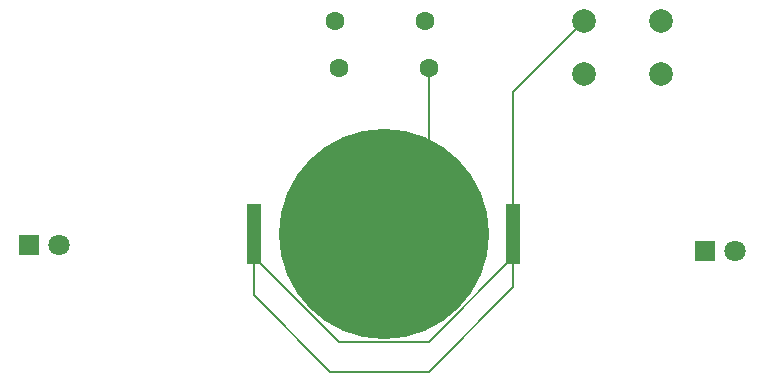
<source format=gbr>
%TF.GenerationSoftware,KiCad,Pcbnew,9.0.2*%
%TF.CreationDate,2025-05-31T15:25:19-05:00*%
%TF.ProjectId,first_pcb_project,66697273-745f-4706-9362-5f70726f6a65,rev?*%
%TF.SameCoordinates,Original*%
%TF.FileFunction,Copper,L2,Bot*%
%TF.FilePolarity,Positive*%
%FSLAX46Y46*%
G04 Gerber Fmt 4.6, Leading zero omitted, Abs format (unit mm)*
G04 Created by KiCad (PCBNEW 9.0.2) date 2025-05-31 15:25:19*
%MOMM*%
%LPD*%
G01*
G04 APERTURE LIST*
%TA.AperFunction,ComponentPad*%
%ADD10C,1.800000*%
%TD*%
%TA.AperFunction,ComponentPad*%
%ADD11R,1.800000X1.800000*%
%TD*%
%TA.AperFunction,ComponentPad*%
%ADD12C,1.600000*%
%TD*%
%TA.AperFunction,SMDPad,CuDef*%
%ADD13R,1.270000X5.080000*%
%TD*%
%TA.AperFunction,SMDPad,CuDef*%
%ADD14C,17.800000*%
%TD*%
%TA.AperFunction,ComponentPad*%
%ADD15C,2.000000*%
%TD*%
%TA.AperFunction,Conductor*%
%ADD16C,0.200000*%
%TD*%
G04 APERTURE END LIST*
D10*
%TO.P,D1,2,A*%
%TO.N,Net-(D1-A)*%
X96500000Y-72000000D03*
D11*
%TO.P,D1,1,K*%
%TO.N,Net-(D1-K)*%
X93960000Y-72000000D03*
%TD*%
D12*
%TO.P,R2,1*%
%TO.N,Net-(D1-K)*%
X120190000Y-57000000D03*
%TO.P,R2,2*%
%TO.N,Net-(BT1--)*%
X127810000Y-57000000D03*
%TD*%
%TO.P,R1,1*%
%TO.N,Net-(D2-K)*%
X119880000Y-53000000D03*
%TO.P,R1,2*%
%TO.N,Net-(BT1--)*%
X127500000Y-53000000D03*
%TD*%
D11*
%TO.P,D2,1,K*%
%TO.N,Net-(D2-K)*%
X151225000Y-72500000D03*
D10*
%TO.P,D2,2,A*%
%TO.N,Net-(D1-A)*%
X153765000Y-72500000D03*
%TD*%
D13*
%TO.P,BT1,1,+*%
%TO.N,Net-(BT1-+)*%
X134985000Y-71000000D03*
X113015000Y-71000000D03*
D14*
%TO.P,BT1,2,-*%
%TO.N,Net-(BT1--)*%
X124000000Y-71000000D03*
%TD*%
D15*
%TO.P,SW1,1,1*%
%TO.N,Net-(BT1-+)*%
X141000000Y-53000000D03*
X147500000Y-53000000D03*
%TO.P,SW1,2,2*%
%TO.N,Net-(D1-A)*%
X141000000Y-57500000D03*
X147500000Y-57500000D03*
%TD*%
D16*
%TO.N,Net-(BT1-+)*%
X134985000Y-73500000D02*
X134985000Y-75527179D01*
X134985000Y-75527179D02*
X127811179Y-82701000D01*
X127811179Y-82701000D02*
X119476000Y-82701000D01*
X119476000Y-82701000D02*
X113015000Y-76240000D01*
X113015000Y-76240000D02*
X113015000Y-73500000D01*
X134985000Y-73500000D02*
X134985000Y-64015000D01*
%TO.N,Net-(BT1--)*%
X124600000Y-67958075D02*
X124541925Y-67958075D01*
%TO.N,Net-(BT1-+)*%
X127811179Y-80201000D02*
X134985000Y-73027179D01*
X134985000Y-73027179D02*
X134985000Y-71000000D01*
X120188821Y-80201000D02*
X127811179Y-80201000D01*
%TO.N,Net-(BT1--)*%
X124000000Y-71000000D02*
X127810000Y-67190000D01*
X127810000Y-67190000D02*
X127810000Y-57000000D01*
%TO.N,Net-(BT1-+)*%
X134985000Y-59015000D02*
X141000000Y-53000000D01*
X113015000Y-71000000D02*
X113015000Y-73027179D01*
X134985000Y-71000000D02*
X134985000Y-59015000D01*
X113015000Y-73027179D02*
X120188821Y-80201000D01*
%TD*%
M02*

</source>
